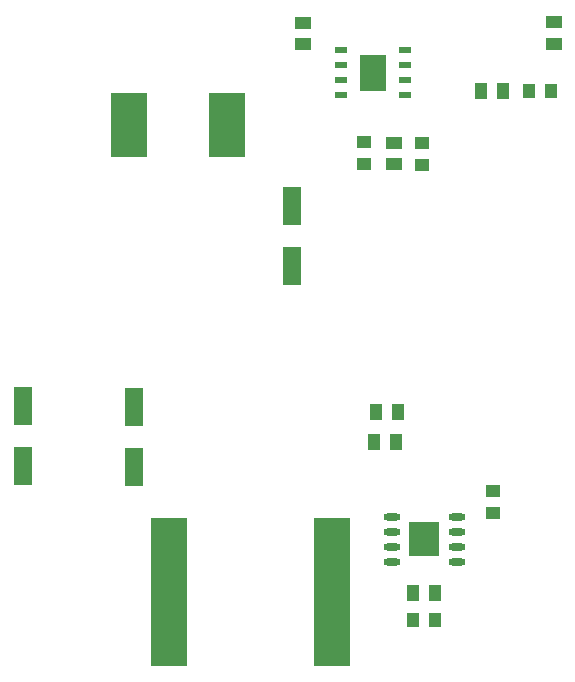
<source format=gbr>
%TF.GenerationSoftware,Altium Limited,Altium Designer,19.1.8 (144)*%
G04 Layer_Color=8421504*
%FSLAX26Y26*%
%MOIN*%
%TF.FileFunction,Paste,Top*%
%TF.Part,Single*%
G01*
G75*
%TA.AperFunction,SMDPad,CuDef*%
%ADD10O,0.057087X0.023622*%
%ADD11R,0.098425X0.118110*%
%ADD12R,0.043307X0.019685*%
%ADD13R,0.086614X0.122047*%
%ADD14R,0.062992X0.125984*%
%ADD15R,0.124016X0.492126*%
%ADD16R,0.122047X0.216535*%
%ADD17R,0.055118X0.041339*%
%ADD18R,0.051181X0.041339*%
%ADD19R,0.041339X0.051181*%
%ADD20R,0.041339X0.055118*%
D10*
X1947165Y755000D02*
D03*
Y705000D02*
D03*
Y655000D02*
D03*
Y605000D02*
D03*
X2161732Y755000D02*
D03*
Y705000D02*
D03*
Y655000D02*
D03*
Y605000D02*
D03*
D11*
X2054449Y680000D02*
D03*
D12*
X1777165Y2210000D02*
D03*
Y2260000D02*
D03*
Y2310000D02*
D03*
Y2160000D02*
D03*
X1989764D02*
D03*
Y2310000D02*
D03*
Y2260000D02*
D03*
Y2210000D02*
D03*
D13*
X1884724Y2235394D02*
D03*
D14*
X717165Y1125000D02*
D03*
Y924213D02*
D03*
X1085000Y1120787D02*
D03*
Y920000D02*
D03*
X1612165Y1590000D02*
D03*
Y1790787D02*
D03*
D15*
X1202677Y505000D02*
D03*
X1745000D02*
D03*
D16*
X1396772Y2060000D02*
D03*
X1070000D02*
D03*
D17*
X1952165Y2002835D02*
D03*
Y1930000D02*
D03*
X2485000Y2332165D02*
D03*
Y2405000D02*
D03*
X1650000Y2402835D02*
D03*
Y2330000D02*
D03*
D18*
X1852165Y1932165D02*
D03*
Y2005000D02*
D03*
X2047165Y1928583D02*
D03*
Y2001417D02*
D03*
X2282165Y841417D02*
D03*
Y768583D02*
D03*
D19*
X2475000Y2175000D02*
D03*
X2402165D02*
D03*
X2090000Y410000D02*
D03*
X2017165D02*
D03*
D20*
X2244331Y2175000D02*
D03*
X2317165D02*
D03*
X1965000Y1105000D02*
D03*
X1892165D02*
D03*
X1960000Y1005000D02*
D03*
X1887165D02*
D03*
X2088583Y500000D02*
D03*
X2015748D02*
D03*
%TF.MD5,1b38a6ceae111d7cc9222c999d22b0a4*%
M02*

</source>
